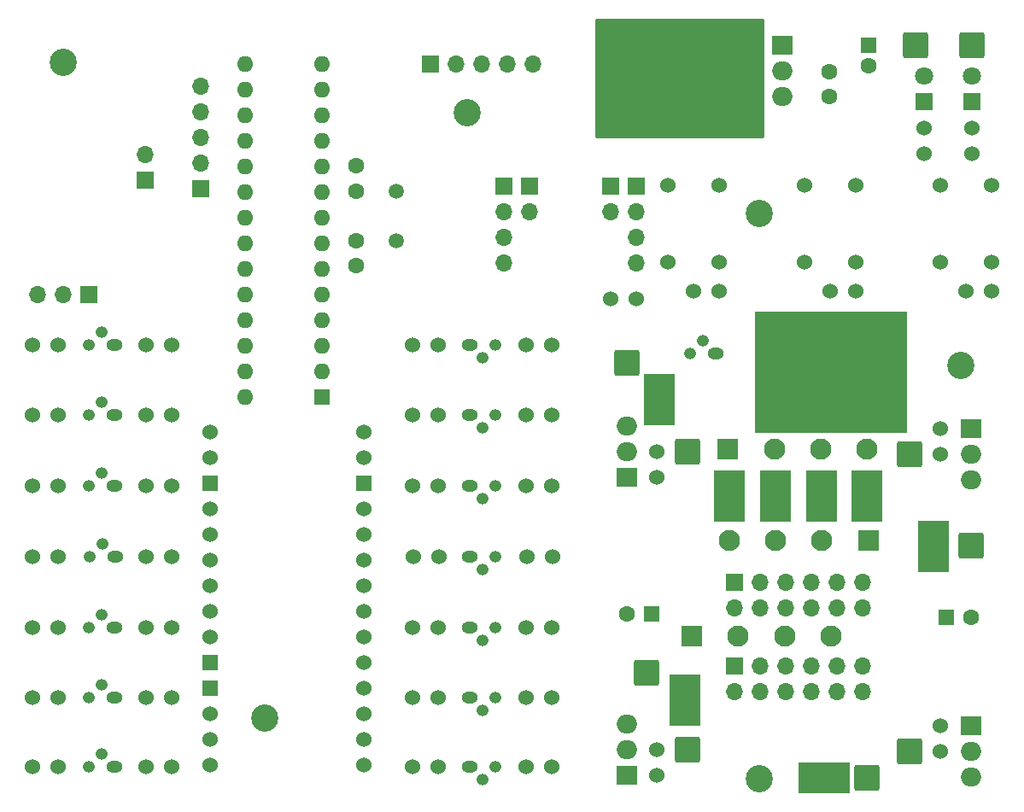
<source format=gbr>
%TF.GenerationSoftware,KiCad,Pcbnew,8.0.4-8.0.4-0~ubuntu24.04.1*%
%TF.CreationDate,2024-08-22T20:04:32-04:00*%
%TF.ProjectId,carinterface,63617269-6e74-4657-9266-6163652e6b69,rev?*%
%TF.SameCoordinates,Original*%
%TF.FileFunction,Soldermask,Top*%
%TF.FilePolarity,Negative*%
%FSLAX46Y46*%
G04 Gerber Fmt 4.6, Leading zero omitted, Abs format (unit mm)*
G04 Created by KiCad (PCBNEW 8.0.4-8.0.4-0~ubuntu24.04.1) date 2024-08-22 20:04:32*
%MOMM*%
%LPD*%
G01*
G04 APERTURE LIST*
G04 Aperture macros list*
%AMRoundRect*
0 Rectangle with rounded corners*
0 $1 Rounding radius*
0 $2 $3 $4 $5 $6 $7 $8 $9 X,Y pos of 4 corners*
0 Add a 4 corners polygon primitive as box body*
4,1,4,$2,$3,$4,$5,$6,$7,$8,$9,$2,$3,0*
0 Add four circle primitives for the rounded corners*
1,1,$1+$1,$2,$3*
1,1,$1+$1,$4,$5*
1,1,$1+$1,$6,$7*
1,1,$1+$1,$8,$9*
0 Add four rect primitives between the rounded corners*
20,1,$1+$1,$2,$3,$4,$5,0*
20,1,$1+$1,$4,$5,$6,$7,0*
20,1,$1+$1,$6,$7,$8,$9,0*
20,1,$1+$1,$8,$9,$2,$3,0*%
G04 Aperture macros list end*
%ADD10C,1.524000*%
%ADD11RoundRect,0.249999X-1.025001X-1.025001X1.025001X-1.025001X1.025001X1.025001X-1.025001X1.025001X0*%
%ADD12RoundRect,0.000000X-2.500000X-1.500000X2.500000X-1.500000X2.500000X1.500000X-2.500000X1.500000X0*%
%ADD13RoundRect,0.000000X1.500000X-2.500000X1.500000X2.500000X-1.500000X2.500000X-1.500000X-2.500000X0*%
%ADD14R,2.000000X1.905000*%
%ADD15O,2.000000X1.905000*%
%ADD16RoundRect,0.250001X-0.799999X-0.799999X0.799999X-0.799999X0.799999X0.799999X-0.799999X0.799999X0*%
%ADD17C,2.100000*%
%ADD18RoundRect,0.000000X-8.312500X-5.875000X8.312500X-5.875000X8.312500X5.875000X-8.312500X5.875000X0*%
%ADD19O,1.600000X1.200000*%
%ADD20O,1.200000X1.200000*%
%ADD21R,1.700000X1.700000*%
%ADD22O,1.700000X1.700000*%
%ADD23C,1.600000*%
%ADD24R,1.600000X1.600000*%
%ADD25O,1.600000X1.600000*%
%ADD26C,1.500000*%
%ADD27RoundRect,0.249999X1.025001X-1.025001X1.025001X1.025001X-1.025001X1.025001X-1.025001X-1.025001X0*%
%ADD28RoundRect,0.250001X0.799999X0.799999X-0.799999X0.799999X-0.799999X-0.799999X0.799999X-0.799999X0*%
%ADD29R,1.800000X1.800000*%
%ADD30C,1.800000*%
%ADD31R,1.524000X1.524000*%
%ADD32C,2.700000*%
G04 APERTURE END LIST*
D10*
%TO.C,R32*%
X107940000Y-109380000D03*
X107940000Y-106840000D03*
%TD*%
D11*
%TO.C,J11*%
X104900000Y-79880000D03*
%TD*%
D12*
%TO.C,T19*%
X92100000Y-67240000D03*
%TD*%
D13*
%TO.C,T12*%
X91600000Y-84040000D03*
%TD*%
D14*
%TO.C,Q15*%
X111000000Y-77340000D03*
D15*
X111000000Y-79880000D03*
X111000000Y-82420000D03*
%TD*%
D16*
%TO.C,J15*%
X83300000Y-97940000D03*
D17*
X87900000Y-97940000D03*
X92500000Y-97940000D03*
X97100000Y-97940000D03*
%TD*%
D18*
%TO.C,T1*%
X82100000Y-42640000D03*
%TD*%
D13*
%TO.C,T13*%
X96200000Y-84040000D03*
%TD*%
D19*
%TO.C,Q7*%
X26085276Y-76004775D03*
D20*
X24815276Y-74734775D03*
X23545276Y-76004775D03*
%TD*%
D10*
%TO.C,R14*%
X58175452Y-104004775D03*
X55635452Y-104004775D03*
%TD*%
%TO.C,R4*%
X58175452Y-76004775D03*
X55635452Y-76004775D03*
%TD*%
%TO.C,R23*%
X17904790Y-110855276D03*
X20444790Y-110855276D03*
%TD*%
%TO.C,R24*%
X69445385Y-110855276D03*
X66905385Y-110855276D03*
%TD*%
D12*
%TO.C,T20*%
X92100000Y-70240000D03*
%TD*%
D19*
%TO.C,Q4*%
X61268675Y-76004775D03*
D20*
X62538675Y-77274775D03*
X63808675Y-76004775D03*
%TD*%
D13*
%TO.C,T14*%
X100700000Y-84040000D03*
%TD*%
D21*
%TO.C,J6*%
X67259976Y-53289499D03*
D22*
X67259976Y-55829499D03*
%TD*%
D10*
%TO.C,R7*%
X29176411Y-76004775D03*
X31716411Y-76004775D03*
%TD*%
D11*
%TO.C,J3*%
X105500000Y-39340000D03*
%TD*%
D10*
%TO.C,R29*%
X111100000Y-47570000D03*
X111100000Y-50110000D03*
%TD*%
D23*
%TO.C,C3*%
X96900000Y-44420000D03*
X96900000Y-41920000D03*
%TD*%
D10*
%TO.C,R27*%
X17904790Y-97069499D03*
X20444790Y-97069499D03*
%TD*%
%TO.C,R30*%
X106300000Y-47570000D03*
X106300000Y-50110000D03*
%TD*%
D12*
%TO.C,T26*%
X97100000Y-76240000D03*
%TD*%
D10*
%TO.C,R8*%
X29176411Y-104004775D03*
X31716411Y-104004775D03*
%TD*%
D12*
%TO.C,T25*%
X97100000Y-73240000D03*
%TD*%
D13*
%TO.C,T5*%
X82600000Y-104240000D03*
%TD*%
D10*
%TO.C,R22*%
X17904790Y-104004775D03*
X20444790Y-104004775D03*
%TD*%
D12*
%TO.C,T22*%
X92100000Y-76240000D03*
%TD*%
D10*
%TO.C,R36*%
X97000000Y-63740000D03*
X99540000Y-63740000D03*
%TD*%
D19*
%TO.C,Q2*%
X26125252Y-90004775D03*
D20*
X24855252Y-88734775D03*
X23585252Y-90004775D03*
%TD*%
D24*
%TO.C,C4*%
X100800000Y-39340000D03*
D23*
X100800000Y-41340000D03*
%TD*%
D14*
%TO.C,U2*%
X92300000Y-39340000D03*
D15*
X92300000Y-41880000D03*
X92300000Y-44420000D03*
%TD*%
D10*
%TO.C,R10*%
X58175452Y-110855276D03*
X55635452Y-110855276D03*
%TD*%
D23*
%TO.C,C2*%
X50039976Y-53789499D03*
X50039976Y-51289499D03*
%TD*%
D24*
%TO.C,U1*%
X46659976Y-74229499D03*
D25*
X46659976Y-71689499D03*
X46659976Y-69149499D03*
X46659976Y-66609499D03*
X46659976Y-64069499D03*
X46659976Y-61529499D03*
X46659976Y-58989499D03*
X46659976Y-56449499D03*
X46659976Y-53909499D03*
X46659976Y-51369499D03*
X46659976Y-48829499D03*
X46659976Y-46289499D03*
X46659976Y-43749499D03*
X46659976Y-41209499D03*
X39039976Y-41209499D03*
X39039976Y-43749499D03*
X39039976Y-46289499D03*
X39039976Y-48829499D03*
X39039976Y-51369499D03*
X39039976Y-53909499D03*
X39039976Y-56449499D03*
X39039976Y-58989499D03*
X39039976Y-61529499D03*
X39039976Y-64069499D03*
X39039976Y-66609499D03*
X39039976Y-69149499D03*
X39039976Y-71689499D03*
X39039976Y-74229499D03*
%TD*%
D12*
%TO.C,T24*%
X97100000Y-70240000D03*
%TD*%
D10*
%TO.C,R34*%
X79840000Y-109140000D03*
X79840000Y-111680000D03*
%TD*%
%TO.C,R12*%
X58215428Y-90004775D03*
X55675428Y-90004775D03*
%TD*%
D11*
%TO.C,J23*%
X111000000Y-88940000D03*
%TD*%
D12*
%TO.C,T29*%
X102100000Y-73240000D03*
%TD*%
%TO.C,T30*%
X102100000Y-76240000D03*
%TD*%
D19*
%TO.C,Q14*%
X61268675Y-104004775D03*
D20*
X62538675Y-105274775D03*
X63808675Y-104004775D03*
%TD*%
D10*
%TO.C,R21*%
X17904790Y-76004775D03*
X20444790Y-76004775D03*
%TD*%
%TO.C,R37*%
X83500000Y-63740000D03*
X86040000Y-63740000D03*
%TD*%
D14*
%TO.C,Q16*%
X111000000Y-106840000D03*
D15*
X111000000Y-109380000D03*
X111000000Y-111920000D03*
%TD*%
D10*
%TO.C,R5*%
X58175452Y-69004775D03*
X55635452Y-69004775D03*
%TD*%
D19*
%TO.C,Q1*%
X26085276Y-83004775D03*
D20*
X24815276Y-81734775D03*
X23545276Y-83004775D03*
%TD*%
D24*
%TO.C,C6*%
X79345000Y-95740000D03*
D23*
X76845000Y-95740000D03*
%TD*%
D14*
%TO.C,Q18*%
X76845000Y-111680000D03*
D15*
X76845000Y-109140000D03*
X76845000Y-106600000D03*
%TD*%
D10*
%TO.C,R38*%
X77770000Y-64440000D03*
X75230000Y-64440000D03*
%TD*%
D21*
%TO.C,J4*%
X75230000Y-53290000D03*
D22*
X75230000Y-55830000D03*
%TD*%
D12*
%TO.C,T27*%
X102100000Y-70240000D03*
%TD*%
%TO.C,T21*%
X92100000Y-73240000D03*
%TD*%
D21*
%TO.C,J20*%
X23499790Y-64014499D03*
D22*
X20959790Y-64014499D03*
X18419790Y-64014499D03*
%TD*%
D19*
%TO.C,Q19*%
X85685276Y-69855276D03*
D20*
X84415276Y-68585276D03*
X83145276Y-69855276D03*
%TD*%
D11*
%TO.C,J21*%
X76845000Y-70840000D03*
%TD*%
%TO.C,J13*%
X82900000Y-79640000D03*
%TD*%
D21*
%TO.C,J5*%
X77770000Y-53290000D03*
D22*
X77770000Y-55830000D03*
X77770000Y-58370000D03*
X77770000Y-60910000D03*
%TD*%
D13*
%TO.C,T3*%
X107300000Y-89040000D03*
%TD*%
D10*
%TO.C,R28*%
X69445385Y-104004775D03*
X66905385Y-104004775D03*
%TD*%
D13*
%TO.C,T11*%
X87000000Y-84040000D03*
%TD*%
D21*
%TO.C,J18*%
X34639976Y-53590000D03*
D22*
X34639976Y-51050000D03*
X34639976Y-48510000D03*
X34639976Y-45970000D03*
X34639976Y-43430000D03*
%TD*%
D19*
%TO.C,Q5*%
X61268675Y-69004775D03*
D20*
X62538675Y-70274775D03*
X63808675Y-69004775D03*
%TD*%
D12*
%TO.C,T23*%
X97100000Y-67240000D03*
%TD*%
D10*
%TO.C,R11*%
X58175452Y-97069499D03*
X55635452Y-97069499D03*
%TD*%
D13*
%TO.C,T4*%
X80100000Y-74440000D03*
%TD*%
D10*
%TO.C,R33*%
X79840000Y-79640000D03*
X79840000Y-82180000D03*
%TD*%
D11*
%TO.C,J14*%
X82900000Y-109140000D03*
%TD*%
D12*
%TO.C,T28*%
X102100000Y-67240000D03*
%TD*%
D19*
%TO.C,Q3*%
X61268675Y-83004775D03*
D20*
X62538675Y-84274775D03*
X63808675Y-83004775D03*
%TD*%
D10*
%TO.C,R3*%
X58175452Y-83004775D03*
X55635452Y-83004775D03*
%TD*%
%TO.C,R9*%
X29176411Y-110855276D03*
X31716411Y-110855276D03*
%TD*%
%TO.C,R31*%
X107940000Y-79880000D03*
X107940000Y-77340000D03*
%TD*%
%TO.C,R6*%
X29176411Y-69004775D03*
X31716411Y-69004775D03*
%TD*%
%TO.C,R17*%
X69445385Y-83004775D03*
X66905385Y-83004775D03*
%TD*%
D14*
%TO.C,Q17*%
X76845000Y-82180000D03*
D15*
X76845000Y-79640000D03*
X76845000Y-77100000D03*
%TD*%
D19*
%TO.C,Q8*%
X26085276Y-104004775D03*
D20*
X24815276Y-102734775D03*
X23545276Y-104004775D03*
%TD*%
D10*
%TO.C,R25*%
X69445385Y-97069499D03*
X66905385Y-97069499D03*
%TD*%
D19*
%TO.C,Q9*%
X26085276Y-110855276D03*
D20*
X24815276Y-109585276D03*
X23545276Y-110855276D03*
%TD*%
D10*
%TO.C,R35*%
X110500000Y-63740000D03*
X113040000Y-63740000D03*
%TD*%
D21*
%TO.C,J7*%
X64719976Y-53289499D03*
D22*
X64719976Y-55829499D03*
X64719976Y-58369499D03*
X64719976Y-60909499D03*
%TD*%
D11*
%TO.C,J22*%
X78800000Y-101540000D03*
%TD*%
D24*
%TO.C,C5*%
X108500000Y-96040000D03*
D23*
X111000000Y-96040000D03*
%TD*%
D12*
%TO.C,T6*%
X96400000Y-111940000D03*
%TD*%
D26*
%TO.C,Y1*%
X54039976Y-58689499D03*
X54039976Y-53789499D03*
%TD*%
D10*
%TO.C,R20*%
X17904790Y-69004775D03*
X20444790Y-69004775D03*
%TD*%
D19*
%TO.C,Q11*%
X61268675Y-97069499D03*
D20*
X62538675Y-98339499D03*
X63808675Y-97069499D03*
%TD*%
D10*
%TO.C,R19*%
X69445385Y-69004775D03*
X66905385Y-69004775D03*
%TD*%
D11*
%TO.C,J12*%
X104900000Y-109380000D03*
%TD*%
D19*
%TO.C,Q6*%
X26085276Y-69004775D03*
D20*
X24815276Y-67734775D03*
X23545276Y-69004775D03*
%TD*%
D10*
%TO.C,R15*%
X17904790Y-83004775D03*
X20444790Y-83004775D03*
%TD*%
D19*
%TO.C,Q13*%
X26085276Y-97069499D03*
D20*
X24815276Y-95799499D03*
X23545276Y-97069499D03*
%TD*%
D19*
%TO.C,Q10*%
X61268675Y-110855276D03*
D20*
X62538675Y-112125276D03*
X63808675Y-110855276D03*
%TD*%
D19*
%TO.C,Q12*%
X61308651Y-90004775D03*
D20*
X62578651Y-91274775D03*
X63848651Y-90004775D03*
%TD*%
D10*
%TO.C,R18*%
X69445385Y-76004775D03*
X66905385Y-76004775D03*
%TD*%
%TO.C,R13*%
X29176411Y-97069499D03*
X31716411Y-97069499D03*
%TD*%
D11*
%TO.C,J2*%
X111100000Y-39340000D03*
%TD*%
D10*
%TO.C,R16*%
X17944766Y-90004775D03*
X20484766Y-90004775D03*
%TD*%
%TO.C,R2*%
X29216387Y-90004775D03*
X31756387Y-90004775D03*
%TD*%
D23*
%TO.C,C1*%
X50039976Y-61189499D03*
X50039976Y-58689499D03*
%TD*%
D27*
%TO.C,J24*%
X100700000Y-111940000D03*
%TD*%
D10*
%TO.C,R1*%
X29176411Y-83004775D03*
X31716411Y-83004775D03*
%TD*%
D28*
%TO.C,J16*%
X100800000Y-88440000D03*
D17*
X96200000Y-88440000D03*
X91600000Y-88440000D03*
X87000000Y-88440000D03*
%TD*%
D10*
%TO.C,R26*%
X69485361Y-90004775D03*
X66945361Y-90004775D03*
%TD*%
D21*
%TO.C,J9*%
X87560000Y-100840000D03*
D22*
X87560000Y-103380000D03*
X90100000Y-100840000D03*
X90100000Y-103380000D03*
X92640000Y-100840000D03*
X92640000Y-103380000D03*
X95180000Y-100840000D03*
X95180000Y-103380000D03*
X97720000Y-100840000D03*
X97720000Y-103380000D03*
X100260000Y-100840000D03*
X100260000Y-103380000D03*
%TD*%
D10*
%TO.C,SW3*%
X80960000Y-53230000D03*
X80960000Y-60850000D03*
X86040000Y-53230000D03*
X86040000Y-60850000D03*
%TD*%
D21*
%TO.C,J10*%
X87560000Y-92600000D03*
D22*
X87560000Y-95140000D03*
X90100000Y-92600000D03*
X90100000Y-95140000D03*
X92640000Y-92600000D03*
X92640000Y-95140000D03*
X95180000Y-92600000D03*
X95180000Y-95140000D03*
X97720000Y-92600000D03*
X97720000Y-95140000D03*
X100260000Y-92600000D03*
X100260000Y-95140000D03*
%TD*%
D29*
%TO.C,D1*%
X111100000Y-44915000D03*
D30*
X111100000Y-42375000D03*
%TD*%
D10*
%TO.C,SW1*%
X113040000Y-60850000D03*
X113040000Y-53230000D03*
X107960000Y-60850000D03*
X107960000Y-53230000D03*
%TD*%
%TO.C,D3*%
X50779976Y-77679499D03*
X50779976Y-80219499D03*
D31*
X50779976Y-82759499D03*
D10*
X50779976Y-85299499D03*
X50779976Y-87839499D03*
X50779976Y-90379499D03*
X50779976Y-92919499D03*
X50779976Y-95459499D03*
X50779976Y-97999499D03*
X50779976Y-100539499D03*
X50779976Y-103079499D03*
X50779976Y-105619499D03*
X50779976Y-108159499D03*
X50779976Y-110699499D03*
X35539976Y-110699499D03*
X35539976Y-108159499D03*
X35539976Y-105619499D03*
D31*
X35539976Y-103079499D03*
X35539976Y-100539499D03*
D10*
X35539976Y-97999499D03*
X35539976Y-95459499D03*
X35539976Y-92919499D03*
X35539976Y-90379499D03*
X35539976Y-87839499D03*
X35539976Y-85299499D03*
D31*
X35539976Y-82759499D03*
D10*
X35539976Y-80219499D03*
X35539976Y-77679499D03*
%TD*%
D21*
%TO.C,J17*%
X57359976Y-41209499D03*
D22*
X59899976Y-41209499D03*
X62439976Y-41209499D03*
X64979976Y-41209499D03*
X67519976Y-41209499D03*
%TD*%
D29*
%TO.C,D2*%
X106300000Y-44915000D03*
D30*
X106300000Y-42375000D03*
%TD*%
D21*
%TO.C,J19*%
X29100000Y-52715000D03*
D22*
X29100000Y-50175000D03*
%TD*%
D10*
%TO.C,SW2*%
X94460000Y-53230000D03*
X94460000Y-60850000D03*
X99540000Y-53230000D03*
X99540000Y-60850000D03*
%TD*%
D32*
%TO.C,*%
X90000000Y-56040000D03*
%TD*%
%TO.C,*%
X110000000Y-71040000D03*
%TD*%
%TO.C,*%
X41000000Y-106040000D03*
%TD*%
%TO.C,*%
X21000000Y-41040000D03*
%TD*%
%TO.C,*%
X90000000Y-112040000D03*
%TD*%
%TO.C,*%
X61000000Y-46040000D03*
%TD*%
D16*
%TO.C,J8*%
X86900000Y-79340000D03*
D17*
X91500000Y-79340000D03*
X96100000Y-79340000D03*
X100700000Y-79340000D03*
%TD*%
M02*

</source>
